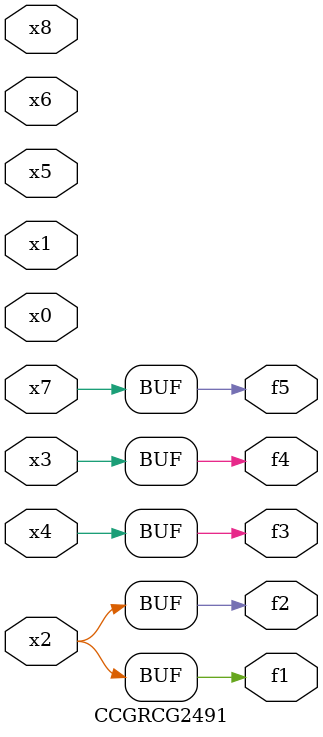
<source format=v>
module CCGRCG2491(
	input x0, x1, x2, x3, x4, x5, x6, x7, x8,
	output f1, f2, f3, f4, f5
);
	assign f1 = x2;
	assign f2 = x2;
	assign f3 = x4;
	assign f4 = x3;
	assign f5 = x7;
endmodule

</source>
